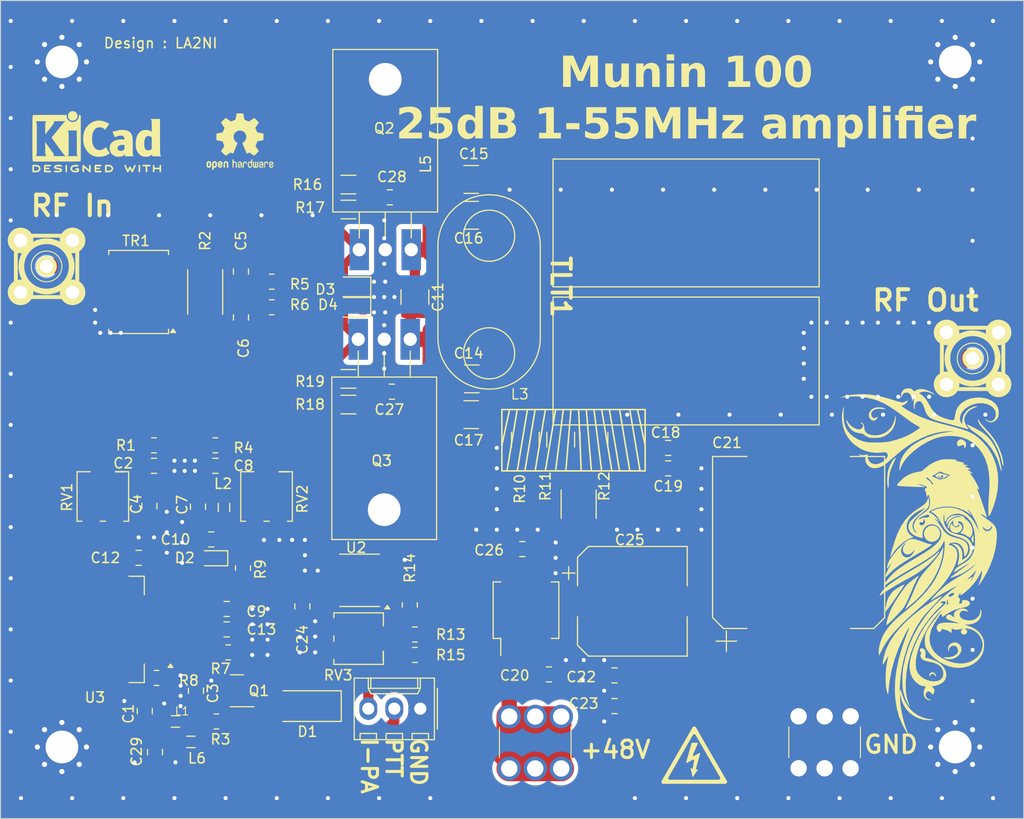
<source format=kicad_pcb>
(kicad_pcb (version 20240108) (generator "pcbnew") (generator_version "8.0")
  (title_block (title "MUNIN 1000 HF PA") (date "2022-01-26") (rev "0") (company "LA2NI") (comment 1 "Eng:Kjell Karlsen"))
  (layers (0 "F.Cu" signal) (31 "B.Cu" signal) (35 "F.Paste" user) (37 "F.SilkS" user "F.Silkscreen") (38 "B.Mask" user) (39 "F.Mask" user) (44 "Edge.Cuts" user))
  (net 0 "")
  (net 1 "+48V")
  (net 2 "GND")
  (net 3 "Net-(Q1-D)")
  (net 4 "Net-(C4-Pad1)")
  (net 5 "Net-(C6-Pad1)")
  (net 6 "Net-(Q1-S)")
  (net 7 "Net-(D2-K)")
  (net 8 "Net-(Q2-D)")
  (net 9 "Net-(Q3-D)")
  (net 10 "+5V")
  (net 11 "Net-(C14-Pad2)")
  (net 12 "Net-(C15-Pad2)")
  (net 13 "Net-(C18-Pad2)")
  (net 14 "Net-(J4-Pin_1)")
  (net 15 "Net-(IC1-Fltr)")
  (net 16 "Net-(D1-A)")
  (net 17 "Net-(D1-K)")
  (net 18 "Net-(D3-A2)")
  (net 19 "Net-(D4-A2)")
  (net 20 "Net-(IC1-Vout)")
  (net 21 "Net-(R13-Pad1)")
  (net 22 "Net-(R13-Pad2)")
  (net 24 "Net-(J1-In)")
  (net 26 "Net-(J2-In)")
  (net 27 "Net-(J3-Pin_3)")
  (net 28 "Net-(C2-Pad2)")
  (net 29 "Net-(C5-Pad1)")
  (net 30 "Net-(C5-Pad2)")
  (net 31 "Net-(C6-Pad2)")
  (net 32 "Net-(C8-Pad2)")
  (net 33 "Net-(C20-Pad2)")
  (net 34 "Net-(C27-Pad2)")
  (net 35 "Net-(L3-Pad1)")
  (net 36 "Net-(C27-Pad1)")
  (net 37 "Net-(C28-Pad2)")
  (net 38 "Net-(C28-Pad1)")
  (net 39 "Net-(U3-ADJ)")
  (net 40 "Net-(U2A--)")
  (footprint "TLT:TLT" (layer "F.Cu") (at 91.75 107 -90)
    (property "Reference" "TLT1")
    (property "Value" "FT94-61")
  )
  (footprint "Capacitor_SMD:C_0805_2012Metric" (layer "F.Cu") (at 59.1 144.5 90)
    (property "Reference" "C1")
    (property "Value" "100n" (hide yes))
  )
  (footprint "LA2NI:TO-220-3_Horizontal_TabDown_SMD" (layer "F.Cu") (at 85.04 108.1325 180)
    (property "Reference" "Q3")
    (property "Value" "MRF101BN")
  )
  (footprint "Resistor_SMD:R_0805_2012Metric_Pad1.20x1.40mm_HandSolder" (layer "F.Cu") (at 60 118.5 180)
    (property "Reference" "R1")
    (property "Value" "100R" (hide yes))
  )
  (footprint "Package_SO:SOIC-8_3.9x4.9mm_P1.27mm" (layer "F.Cu") (at 80.1 131.7 180)
    (property "Reference" "U2")
    (property "Value" "LM358" (hide yes))
  )
  (footprint "Capacitor_SMD:C_0805_2012Metric_Pad1.18x1.45mm_HandSolder" (layer "F.Cu") (at 66 120.5)
    (property "Reference" "C8")
    (property "Value" "100n" (hide yes))
  )
  (footprint "Inductor_SMD:L_0805_2012Metric_Pad1.05x1.20mm_HandSolder" (layer "F.Cu") (at 62.1 145.5)
    (property "Reference" "L1")
    (property "Value" "742792096" (hide yes))
  )
  (footprint "Capacitor_SMD:C_0805_2012Metric_Pad1.18x1.45mm_HandSolder" (layer "F.Cu") (at 58.5 129.5)
    (property "Reference" "C12")
    (property "Value" "1u" (hide yes))
  )
  (footprint "Inductor_SMD:L_1812_4532Metric" (layer "F.Cu") (at 101.5 124.25 -90)
    (property "Reference" "L4" (hide yes))
    (property "Value" "HI1806T600R-10" (hide yes))
  )
  (footprint "Capacitor_SMD:C_1210_3225Metric_Pad1.33x2.70mm_HandSolder" (layer "F.Cu") (at 91.0625 112)
    (property "Reference" "C14")
    (property "Value" "100n" (hide yes))
  )
  (footprint "Capacitor_SMD:C_0805_2012Metric_Pad1.18x1.45mm_HandSolder" (layer "F.Cu") (at 64.299 124.5 -90)
    (property "Reference" "C7")
    (property "Value" "100n" (hide yes))
  )
  (footprint "Capacitor_SMD:C_0805_2012Metric_Pad1.18x1.45mm_HandSolder" (layer "F.Cu") (at 96 128.6459 180)
    (property "Reference" "C26")
    (property "Value" "1n" (hide yes))
  )
  (footprint "Capacitor_SMD:C_1210_3225Metric_Pad1.33x2.70mm_HandSolder" (layer "F.Cu") (at 91 92.5)
    (property "Reference" "C15")
    (property "Value" "100n" (hide yes))
  )
  (footprint "Symbol:OSHW-Logo2_7.3x6mm_SilkScreen" (layer "F.Cu") (at 68.4 88.8)
    (property "Reference" "REF**" (hide yes))
    (property "Value" "OSHW-Logo2_7.3x6mm_SilkScreen" (hide yes))
  )
  (footprint "Capacitor_SMD:C_0805_2012Metric_Pad1.18x1.45mm_HandSolder" (layer "F.Cu") (at 74.5 134.25 -90)
    (property "Reference" "C24")
    (property "Value" "1u" (hide yes))
  )
  (footprint "Capacitor_SMD:C_1210_3225Metric_Pad1.33x2.70mm_HandSolder" (layer "F.Cu") (at 91 115.5)
    (property "Reference" "C17")
    (property "Value" "100n" (hide yes))
  )
  (footprint "Capacitor_SMD:C_0805_2012Metric_Pad1.18x1.45mm_HandSolder" (layer "F.Cu") (at 110.25 120.75 180)
    (property "Reference" "C19")
    (property "Value" "100n" (hide yes))
  )
  (footprint "Resistor_SMD:R_0805_2012Metric_Pad1.20x1.40mm_HandSolder" (layer "F.Cu") (at 67.25 138.75)
    (property "Reference" "R7")
    (property "Value" "240R" (hide yes))
  )
  (footprint "Resistor_SMD:R_0805_2012Metric_Pad1.20x1.40mm_HandSolder" (layer "F.Cu") (at 66 118.5)
    (property "Reference" "R4")
    (property "Value" "100R" (hide yes))
  )
  (footprint "Package_SO:SO-8_5.3x6.2mm_P1.27mm" (layer "F.Cu") (at 96.356 134.6207 90)
    (property "Reference" "IC1" (hide yes))
    (property "Value" "ACHS-7123" (hide yes))
  )
  (footprint "Resistor_SMD:R_1206_3216Metric" (layer "F.Cu") (at 79 114.5146)
    (property "Reference" "R18")
    (property "Value" "TBD" (hide yes))
  )
  (footprint "Capacitor_SMD:CP_Elec_10x14.3" (layer "F.Cu") (at 106.75 133.75)
    (property "Reference" "C25")
    (property "Value" "22u/63V" (hide yes))
  )
  (footprint "Package_TO_SOT_SMD:TO-263-3_TabPin2" (layer "F.Cu") (at 54.225 136.5 180)
    (property "Reference" "U3")
    (property "Value" "TL783")
  )
  (footprint "Diode_SMD:D_MELF" (layer "F.Cu") (at 75 144 180)
    (property "Reference" "D1")
    (property "Value" "BAT54J" (hide yes))
  )
  (footprint "Capacitor_SMD:C_1210_3225Metric" (layer "F.Cu") (at 85.5 104 -90)
    (property "Reference" "C11")
    (property "Value" "TBD" (hide yes))
  )
  (footprint "MountingHole:MountingHole_3.2mm_M3_Pad_Via" (layer "F.Cu") (at 138.302944 148)
    (property "Reference" "H3" (hide yes))
    (property "Value" "MountingHole_Pad" (hide yes))
  )
  (footprint "Capacitor_SMD:C_0805_2012Metric_Pad1.18x1.45mm_HandSolder" (layer "F.Cu") (at 105 144 180)
    (property "Reference" "C23")
    (property "Value" "100n" (hide yes))
  )
  (footprint "logo:Symbol_HighVoltage_Triangle_6x6mm_Copper" (layer "F.Cu") (at 112.8 148.8)
    (property "Reference" "REF**" (hide yes))
    (property "Value" "Symbol_HighVoltage_Triangle_6x6mm_Copper" (hide yes))
  )
  (footprint "Diode_SMD:D_0805_2012Metric" (layer "F.Cu") (at 79.5 103 180)
    (property "Reference" "D3")
    (property "Value" "CDSOD323-T03CT-NO" (hide yes))
  )
  (footprint "Capacitor_SMD:C_0805_2012Metric_Pad1.18x1.45mm_HandSolder" (layer "F.Cu") (at 67.1 134.5)
    (property "Reference" "C9")
    (property "Value" "100n" (hide yes))
  )
  (footprint "Capacitor_SMD:CP_Elec_16x17.5" (layer "F.Cu") (at 123 128 90)
    (property "Reference" "C21")
    (property "Value" "560u/63V" (hide yes))
  )
  (footprint "SMA_PINS:SMA_PINS" (layer "F.Cu") (at 140 110 180)
    (property "Reference" "J2" (hide yes))
    (property "Value" "Conn_Coaxial" (hide yes))
  )
  (footprint "Resistor_SMD:R_1210_3225Metric" (layer "F.Cu") (at 96.2935 117.944 -90)
    (property "Reference" "R10")
    (property "Value" "4R7/1W" (hide yes))
  )
  (footprint "Resistor_SMD:R_1210_3225Metric" (layer "F.Cu") (at 103 117.9625 -90)
    (property "Reference" "R12")
    (property "Value" "4R7/1W" (hide yes))
  )
  (footprint "Resistor_THT:R_Axial_DIN0918_L18.0mm_D9.0mm_P30.48mm_Horizontal" (layer "F.Cu") (at 86.8 93 -90)
    (property "Reference" "L5")
    (property "Value" "1 T" (hide yes))
  )
  (footprint "7461057:7461057" (layer "F.Cu") (at 123 150.08 90)
    (property "Reference" "J5" (hide yes))
    (property "Value" "Conn_01x01_Pin" (hide yes))
  )
  (footprint "Symbol:KiCad-Logo2_5mm_SilkScreen" (layer "F.Cu") (at 54.4 88.8)
    (property "Reference" "REF**" (hide yes))
    (property "Value" "KiCad-Logo2_5mm_SilkScreen" (hide yes))
  )
  (footprint "Capacitor_SMD:C_0805_2012Metric" (layer "F.Cu") (at 83.25 113.25)
    (property "Reference" "C27")
    (property "Value" "100nH" (hide yes))
  )
  (footprint "Resistor_SMD:R_1206_3216Metric" (layer "F.Cu") (at 79 93)
    (property "Reference" "R16")
    (property "Value" "TBD" (hide yes))
  )
  (footprint "Capacitor_SMD:C_0805_2012Metric_Pad1.18x1.45mm_HandSolder" (layer "F.Cu") (at 68.5 101.5 -90)
    (property "Reference" "C5")
    (property "Value" "100n" (hide yes))
  )
  (footprint "Connector_Molex:Molex_KK-254_AE-6410-03A_1x03_P2.54mm_Vertical" (layer "F.Cu") (at 86.025 144.25 180)
    (property "Reference" "J3" (hide yes))
    (property "Value" "Conn_01x03_Male")
  )
  (footprint "Potentiometer_SMD:Potentiometer_Bourns_3214G_Horizontal" (layer "F.Cu") (at 80 137.4 180)
    (property "Reference" "RV3")
    (property "Value" "1K" (hide yes))
  )
  (footprint "Potentiometer_SMD:Potentiometer_Bourns_3214G_Horizontal" (layer "F.Cu") (at 55 123.5 -90)
    (property "Reference" "RV1")
    (property "Value" "5K" (hide yes))
  )
  (footprint "Resistor_SMD:R_0805_2012Metric_Pad1.20x1.40mm_HandSolder" (layer "F.Cu") (at 85.5 139 180)
    (property "Reference" "R15")
    (property "Value" "100R" (hide yes))
  )
  (footprint "Capacitor_SMD:C_0805_2012Metric_Pad1.18x1.45mm_HandSolder" (layer "F.Cu") (at 64.1 142.5 90)
    (property "Reference" "C3")
    (property "Value" "100n" (hide yes))
  )
  (footprint "MountingHole:MountingHole_3.2mm_M3_Pad_Via" (layer "F.Cu") (at 51 148)
    (property "Reference" "H4" (hide yes))
    (property "Value" "MountingHole_Pad" (hide yes))
  )
  (footprint "LA2NI:TO-220-3_Horizontal_TabDown_SMD" (layer "F.Cu") (at 80.06 99.3675)
    (property "Reference" "Q2")
    (property "Value" "MRF101AN" (hide yes))
  )
  (footprint "Capacitor_SMD:C_0805_2012Metric_Pad1.18x1.45mm_HandSolder" (layer "F.Cu") (at 60 120.5 180)
    (property "Reference" "C2")
    (property "Value" "100n" (hide yes))
  )
  (footprint "Diode_SMD:D_0603_1608Metric" (layer "F.Cu") (at 65.7214 129.5414 180)
    (property "Reference" "D2")
    (property "Value" "5.1V" (hide yes))
  )
  (footprint "7461057:7461057" (layer "F.Cu") (at 99.8 145.02 -90)
    (property "Reference" "J4" (hide yes))
    (property "Value" "Conn_01x01_Pin" (hide yes))
  )
  (footprint "Capacitor_SMD:C_0805_2012Metric_Pad1.18x1.45mm_HandSolder" (layer "F.Cu") (at 98.6 140.9 180)
    (property "Reference" "C20")
    (property "Value" "100n" (hide yes))
  )
  (footprint "Diode_SMD:D_0805_2012Metric" (layer "F.Cu") (at 79.5 105 180)
    (property "Reference" "D4")
    (property "Value" "CDSOD323-T03CT-NO" (hide yes))
  )
  (footprint "Amidon_Binocular:Dual_FB-61-4852" (layer "F.Cu") (at 112.5 103.5 90)
    (property "Reference" "TLT2" (hide yes))
    (property "Value" "FT94-61" (hide yes))
  )
  (footprint "Capacitor_SMD:C_1210_3225Metric_Pad1.33x2.70mm_HandSolder" (layer "F.Cu") (at 91 96)
    (property "Reference" "C16")
    (property "Value" "100n" (hide yes))
  )
  (footprint "Capacitor_SMD:C_0805_2012Metric_Pad1.18x1.45mm_HandSolder" (layer "F.Cu") (at 65.6 127.7 180)
    (property "Reference" "C10")
    (property "Value" "100n" (hide yes))
  )
  (footprint "Resistor_SMD:R_1206_3216Metric" (layer "F.Cu") (at 79 95.4384)
    (property "Reference" "R17")
    (property "Value" "TBD" (hide yes))
  )
  (footprint "Resistor_SMD:R_0805_2012Metric_Pad1.20x1.40mm_HandSolder" (layer "F.Cu") (at 71.5 105)
    (property "Reference" "R6")
    (property "Value" "1R" (hide yes))
  )
  (footprint "Package_TO_SOT_SMD:SOT-23" (layer "F.Cu") (at 68.1 142.5 180)
    (property "Reference" "Q1")
    (property "Value" "ISS55EP06LMXTSA1" (hide yes))
  )
  (footprint "Inductor_SMD:L_0805_2012Metric_Pad1.05x1.20mm_HandSolder" (layer "F.Cu") (at 63.6 147.5)
    (property "Reference" "L6")
    (property "Value" "L_Core_Ferrite_Small" (hide yes))
  )
  (footprint "RF_Mini-Circuits:Mini-Circuits_CD542_H2.84mm" (layer "F.Cu") (at 58.5 103.5 180)
    (property "Reference" "TR1")
    (property "Value" "ADT4-1WT")
  )
  (footprint "Resistor_SMD:R_0805_2012Metric_Pad1.20x1.40mm_HandSolder" (layer "F.Cu") (at 85 134.1 -90)
    (property "Reference" "R14")
    (property "Value" "27K" (hide yes))
  )
  (footprint "Capacitor_SMD:C_0805_2012Metric_Pad1.18x1.45mm_HandSolder" (layer "F.Cu") (at 60.1 148.5 90)
    (property "Reference" "C29")
    (property "Value" "100n" (hide yes))
  )
  (footprint "Resistor_SMD:R_0805_2012Metric_Pad1.20x1.40mm_HandSolder" (layer "F.Cu") (at 68.7 130.5 -90)
    (property "Reference" "R9")
    (property "Value" "1K" (hide yes))
  )
  (footprint "Capacitor_SMD:C_0805_2012Metric_Pad1.18x1.45mm_HandSolder" (layer "F.Cu") (at 67.1 136.5)
    (property "Reference" "C13")
    (property "Value" "100n" (hide yes))
  )
  (footprint "Capacitor_SMD:C_0805_2012Metric_Pad1.18x1.45mm_HandSolder" (layer "F.Cu") (at 105 141 180)
    (property "Reference" "C22")
    (property "Value" "10u" (hide yes))
  )
  (footprint "Resistor_SMD:R_0805_2012Metric_Pad1.20x1.40mm_HandSolder" (layer "F.Cu") (at 66.1 145.5)
    (property "Reference" "R3")
    (property "Value" "10k" (hide yes))
  )
  (footprint "Resistor_SMD:R_0805_2012Metric_Pad1.20x1.40mm_HandSolder" (layer "F.Cu") (at 85.5 137)
    (property "Reference" "R13")
    (property "Value" "10K" (hide yes))
  )
  (footprint "Resistor_SMD:R_2512_6332Metric" (layer "F.Cu") (at 65 103.5 -90)
    (property "Reference" "R2")
    (property "Value" "12R/2W" (hide yes))
  )
  (footprint "Capacitor_SMD:C_0805_2012Metric_Pad1.18x1.45mm_HandSolder" (layer "F.Cu") (at 68.5 106 90)
    (property "Reference" "C6")
    (property "Value" "100n" (hide yes))
  )
  (footprint "MountingHole:MountingHole_3.2mm_M3_Pad_Via" (layer "F.Cu") (at 51 81)
    (property "Reference" "H1" (hide yes))
    (property "Value" "MountingHole_Pad" (hide yes))
  )
  (footprint "Resistor_SMD:R_1206_3216Metric" (layer "F.Cu") (at 79 112)
    (property "Reference" "R19")
    (property "Value" "TBD" (hide yes))
  )
  (footprint "Capacitor_SMD:C_0805_2012Metric_Pad1.18x1.45mm_HandSolder" (layer "F.Cu") (at 110.25 118.75 180)
    (property "Reference" "C18")
    (property "Value" "100n" (hide yes))
  )
  (footprint "Resistor_SMD:R_0805_2012Metric_Pad1.20x1.40mm_HandSolder" (layer "F.Cu") (at 60.25 141.25)
    (property "Reference" "R8")
    (property "Value" "82R" (hide yes))
  )
  (footprint "T50:T50_V_smd" (layer "F.Cu") (at 101 118)
    (property "Reference" "L3")
    (property "Value" "FT-50-43")
  )
  (footprint "MountingHole:MountingHole_3.2mm_M3_Pad_Via" (layer "F.Cu") (at 138.302944 81)
    (property "Reference" "H2" (hide yes))
    (property "Value" "MountingHole_Pad" (hide yes))
  )
  (footprint "Capacitor_SMD:C_0805_2012Metric" (layer "F.Cu") (at 83.05 94.25)
    (property "Reference" "C28")
    (property "Value" "100nH" (hide yes))
  )
  (footprint "SMA_PINS:SMA_PINS" (layer "F.Cu") (at 49.5 101)
    (property "Reference" "J1" (hide yes))
    (property "Value" "TX_IN" (hide yes))
  )
  (footprint "Potentiometer_SMD:Potentiometer_Bourns_3214G_Horizontal" (layer "F.Cu") (at 71 123.5 -90)
    (property "Reference" "RV2")
    (property "Value" "5K" (hide yes))
  )
  (footprint "Munin_logo:Munin" (layer "F.Cu") (at 135 130)
    (property "Reference" "G***" (hide yes))
    (property "Value" "LOGO" (hide yes))
  )
  (footprint "Resistor_SMD:R_0805_2012Metric_Pad1.20x1.40mm_HandSolder" (layer "F.Cu") (at 71.5 102.5)
    (property "Reference" "R5")
    (property "Value" "1R" (hide yes))
  )
  (footprint "Resistor_SMD:R_1210_3225Metric" (layer "F.Cu") (at 99.75 117.944 -90)
    (property "Reference" "R11")
    (property "Value" "4R7/1W" (hide yes))
  )
  (footprint "Capacitor_SMD:C_0805_2012Metric_Pad1.18x1.45mm_HandSolder" (layer "F.Cu") (at 59.5492 124.436 -90)
    (property "Reference" "C4")
    (property "Value" "100n" (hide yes))
  )
  (footprint "Inductor_SMD:L_0805_2012Metric_Pad1.05x1.20mm_HandSolder" (layer "F.Cu") (at 66.839 124.5884 -90)
    (property "Reference" "L2")
    (property "Value" "Wurth: 742792096" (hide yes))
  )
  (gr_line (start 145 155) (end 45 155) (stroke (width 0.1)) (layer "Edge.Cuts"))
  (gr_line (start 145 75) (end 145 155) (stroke (width 0.1)) (layer "Edge.Cuts"))
  (gr_line (start 45 155) (end 45 75) (stroke (width 0.1)) (layer "Edge.Cuts"))
  (gr_line (start 45 75) (end 145 75) (stroke (width 0.1)) (layer "Edge.Cuts"))
  (gr_text "GND\nPTT\nI-PA" (at 80.145 146.98 270) (layer "F.SilkS") (effects (font (size 1.5 1.5) (thickness 0.3) (bold yes)) (justify left bottom)))
  (gr_text "RF Out\n" (at 130 105.5 0) (layer "F.SilkS") (effects (font (size 2 2) (thickness 0.4) (bold yes)) (justify left bottom)))
  (gr_text "Munin 100\n25dB 1-55MHz amplifier" (at 112 89 0) (layer "F.SilkS") (effects (font (size 3 3) (thickness 0.75) (bold yes)) (justify bottom)))
  (gr_text "+48V" (at 101.5 149.25 0) (layer "F.SilkS") (effects (font (size 1.7 1.7) (thickness 0.3) (bold yes)) (justify left bottom)))
  (gr_text "RF In" (at 47.75 96.25 0) (layer "F.SilkS") (effects (font (size 2 2) (thickness 0.4) (bold yes)) (justify left bottom)))
  (gr_text "Design : LA2NI" (at 55 79.75 0) (layer "F.SilkS") (effects (font (size 1 1)) (justify left bottom)))
  (gr_text "GND\n" (at 129.25 148.75 0) (layer "F.SilkS") (effects (font (size 1.7 1.7) (thickness 0.3) (bold yes)) (justify left bottom)))
  (segment (start 60.1375 147.5) (end 60.1 147.4625) (width 0.6) (layer "F.Cu") (net 1))
  (segment (start 60.9 145.45) (end 60.95 145.5) (width 0.6) (layer "F.Cu") (net 1))
  (segment (start 59.1 145.45) (end 60.1 145.45) (width 0.6) (layer "F.Cu") (net 1))
  (segment (start 60.1 145.45) (end 60.1 147.4625) (width 0.6) (layer "F.Cu") (net 1))
  (segment (start 62.45 147.5) (end 60.1375 147.5) (width 0.6) (layer "F.Cu") (net 1))
  (segment (start 60.1 145.45) (end 60.9 145.45) (width 0.6) (layer "F.Cu") (net 1))
  (segment (start 63 120) (end 63 121) (width 0.6) (layer "F.Cu") (net 2))
  (segment (start 64.4625 120) (end 64.9625 120.5) (width 0.6) (layer "F.Cu") (net 2))
  (segment (start 62 120) (end 63 121) (width 0.6) (layer "F.Cu") (net 2))
  (segment (start 64.5625 127.7) (end 64.5625 129.17) (width 0.6) (layer "F.Cu") (net 2))
  (segment (start 62 121) (end 62 120) (width 0.6) (layer "F.Cu") (net 2))
  (segment (start 64 121) (end 63 121) (width 0.6) (layer "F.Cu") (net 2))
  (segment (start 63 120) (end 64 120) (width 0.6) (layer "F.Cu") (net 2))
  (segment (start 63 120) (end 64 121) (width 0.6) (layer "F.Cu") (net 2))
  (segment (start 62 120) (end 61.5375 120) (width 0.6) (layer "F.Cu") (net 2))
  (segment (start 64.299 127.4365) (end 64.5625 127.7) (width 0.6) (layer "F.Cu") (net 2))
  (segment (start 63 121) (end 62 121) (width 0.6) (layer "F.Cu") (net 2))
  (segment (start 64.5625 129.17) (end 64.9339 129.5414) (width 0.6) (layer "F.Cu") (net 2))
  (segment (start 64 120) (end 64 121) (width 0.6) (layer "F.Cu") (net 2))
  (segment (start 61.5375 121) (end 61.0375 120.5) (width 0.6) (layer "F.Cu") (net 2))
  (segment (start 64 120) (end 63 121) (width 0.6) (layer "F.Cu") (net 2))
  (segment (start 64 120) (end 64.4625 120) (width 0.6) (layer "F.Cu") (net 2))
  (segment (start 64 121) (end 64.4625 121) (width 0.6) (layer "F.Cu") (net 2))
  (segment (start 64.4625 121) (end 64.9625 120.5) (width 0.6) (layer "F.Cu") (net 2))
  (segment (start 61.5375 120) (end 61.0375 120.5) (width 0.6) (layer "F.Cu") (net 2))
  (segment (start 62 121) (end 63 120) (width 0.6) (layer "F.Cu") (net 2))
  (segment (start 62 120) (end 63 120) (width 0.6) (layer "F.Cu") (net 2))
  (segment (start 64.9625 120.5) (end 61.0375 120.5) (width 0.6) (layer "F.Cu") (net 2))
  (segment (start 62 121) (end 61.5375 121) (width 0.6) (layer "F.Cu") (net 2))
  (via (at 113.5 120.75) (size 0.8) (drill 0.4) (layers "F.Cu" "B.Cu") (net 2))
  (via (at 73.5 127.75) (size 0.8) (drill 0.4) (layers "F.Cu" "B.Cu") (net 2))
  (via (at 140 93.5) (size 0.8) (drill 0.4) (layers "F.Cu" "B.Cu") (net 2))
  (via (at 75.5 96) (size 0.8) (drill 0.4) (layers "F.Cu" "B.Cu") (net 2))
  (via (at 75.75 138.75) (size 0.8) (drill 0.4) (layers "F.Cu" "B.Cu") (net 2))
  (via (at 82 77) (size 0.8) (drill 0.4) (layers "F.Cu" "B.Cu") (net 2))
  (via (at 130.75 113.75) (size 0.8) (drill 0.4) (layers "F.Cu" "B.Cu") (net 2))
  (via (at 62.6 143) (size 0.8) (drill 0.4) (layers "F.Cu" "B.Cu") (net 2))
  (via (at 61.25 125) (size 0.8) (drill 0.4) (layers "F.Cu" "B.Cu") (net 2))
  (via (at 70.75 127.75) (size 0.8) (drill 0.4) (layers "F.Cu" "B.Cu") (net 2))
  (via (at 77 153) (size 0.8) (drill 0.4) (layers "F.Cu" "B.Cu") (net 2))
  (via (at 75.75 137.2) (size 0.8) (drill 0.4) (layers "F.Cu" "B.Cu") (net 2))
  (via (at 124.75 93.5) (size 0.8) (drill 0.4) (layers "F.Cu" "B.Cu") (net 2))
  (via (at 137 77) (size 0.8) (drill 0.4) (layers "F.Cu" "B.Cu") (net 2))
  (via (at 87 77) (size 0.8) (drill 0.4) (layers "F.Cu" "B.Cu") (net 2))
  (via (at 82.5 96.5) (size 0.8) (drill 0.4) (layers "F.Cu" "B.Cu") (net 2))
  (via (at 57 77) (size 0.8) (drill 0.4) (layers "F.Cu" "B.Cu") (net 2))
  (via (at 62 121) (size 0.8) (drill 0.4) (layers "F.Cu" "B.Cu") (net 2))
  (via (at 131.25 115.5) (size 0.8) (drill 0.4) (layers "F.Cu" "B.Cu") (net 2))
  (via (at 47 153) (size 0.8) (drill 0.4) (layers "F.Cu" "B.Cu") (net 2))
  (via (at 54.75 107.5) (size 0.8) (drill 0.4) (layers "F.Cu" "B.Cu") (net 2))
  (via (at 142 77) (size 0.8) (drill 0.4) (layers "F.Cu" "B.Cu") (net 2))
  (via (at 132.75 113.75) (size 0.8) (drill 0.4) (layers "F.Cu" "B.Cu") (net 2))
  (via (at 123.5 112) (size 0.8) (drill 0.4) (layers "F.Cu" "B.Cu") (net 2))
  (via (at 117 77) (size 0.8) (drill 0.4) (layers "F.Cu" "B.Cu") (net 2))
  (via (at 97.5 126.75) (size 0.8) (drill 0.4) (layers "F.Cu" "B.Cu") (net 2))
  (via (at 83.5 104) (size 0.8) (drill 0.4) (layers "F.Cu" "B.Cu") (net 2))
  (via (at 127 77) (size 0.8) (drill 0.4) (layers "F.Cu" "B.Cu") (net 2))
  (via (at 102 139.5) (size 0.8) (drill 0.4) (layers "F.Cu" "B.Cu") (net 2))
  (via (at 64 120) (size 0.8) (drill 0.4) (layers "F.Cu" "B.Cu") (net 2))
  (via (at 62 120) (size 0.8) (drill 0.4) (layers "F.Cu" "B.Cu") (net 2))
  (via (at 84.5 129.7) (size 0.8) (drill 0.4) (layers "F.Cu" "B.Cu") (net 2))
  (via (at 113.5 124.75) (size 0.8) (drill 0.4) (layers "F.Cu" "B.Cu") (net 2))
  (via (at 82 153) (size 0.8) (drill 0.4) (layers "F.Cu" "B.Cu") (net 2))
  (via (at 46 77) (size 0.8) (drill 0.4) (layers "F.Cu" "B.Cu") (net 2))
  (via (at 63 121) (size 0.8) (drill 0.4) (layers "F.Cu" "B.Cu") (net 2))
  (via (at 57 153) (size 0.8) (drill 0.4) (layers "F.Cu" "B.Cu") (net 2))
  (via (at 62.75 130) (size 0.8) (drill 0.4) (layers "F.Cu" "B.Cu") (net 2))
  (via (at 136.25 115.5) (size 0.8) (drill 0.4) (layers "F.Cu" "B.Cu") (net 2))
  (via (at 72 153) (size 0.8) (drill 0.4) (layers "F.Cu" "B.Cu") (net 2))
  (via (at 58.1 149.5) (size 0.8) (drill 0.4) (layers "F.Cu" "B.Cu") (net 2))
  (via (at 119.75 93.5) (size 0.8) (drill 0.4) (layers "F.Cu" "B.Cu") (net 2))
  (via (at 82.5 100.75) (size 0.8) (drill 0.4) (layers "F.Cu" "B.Cu") (net 2))
  (via (at 129.25 106.5) (size 0.8) (drill 0.4) (layers "F.Cu" "B.Cu") (net 2))
  (via (at 140 118.5) (size 0.8) (drill 0.4) (layers "F.Cu" "B.Cu") (net 2))
  (via (at 65.6 141.5) (size 0.8) (drill 0.4) (layers "F.Cu" "B.Cu") (net 2))
  (via (at 99.75 93.5) (size 0.8) (drill 0.4) (layers "F.Cu" "B.Cu") (net 2))
  (via (at 99.25 128) (size 0.8) (drill 0.4) (layers "F.Cu" "B.Cu") (net 2))
  (via (at 46 126.5) (size 0.8) (drill 0.4) (layers "F.Cu" "B.Cu") (net 2))
  (via (at 50.5 96) (size 0.8) (drill 0.4) (layers "F.Cu" "B.Cu") (net 2))
  (via (at 114.75 93.5) (size 0.8) (drill 0.4) (layers "F.Cu" "B.Cu") (net 2))
  (via (at 134.25 106.5) (size 0.8) (drill 0.4) (layers "F.Cu" "B.Cu") (net 2))
  (via (at 122 77) (size 0.8) (drill 0.4) (layers "F.Cu" "B.Cu") (net 2))
  (via (at 46 146.5) (size 0.8) (drill 0.4) (layers "F.Cu" "B.Cu") (net 2))
  (via (at 125.75 113.75) (size 0.8) (drill 0.4) (layers "F.Cu" "B.Cu") (net 2))
  (via (at 61 143.75) (size 0.8) (drill 0.4) (layers "F.Cu" "B.Cu") (net 2))
  (via (at 142 153) (size 0.8) (drill 0.4) (layers "F.Cu" "B.Cu") (net 2))
  (via (at 122 153) (size 0.8) (drill 0.4) (layers "F.Cu" "B.Cu") (net 2))
  (via (at 46 81.5) (size 0.8) (drill 0.4) (layers "F.Cu" "B.Cu") (net 2))
  (via (at 81.5 104) (size 0.8) (drill 0.4) (layers "F.Cu" "B.Cu") (net 2))
  (via (at 124.25 106.5) (size 0.8) (drill 0.4) (layers "F.Cu" "B.Cu") (net 2))
  (via (at 82.5 106.75) (size 0.8) (drill 0.4) (layers "F.Cu" "B.Cu") (net 2))
  (via (at 46 121.5) (size 0.8) (drill 0.4) (layers "F.Cu" "B.Cu") (net 2))
  (via (at 65.5 96) (size 0.8) (drill 0.4) (layers "F.Cu" "B.Cu") (net 2))
  (via (at 46 141.5) (size 0.8) (drill 0.4) (layers "F.Cu" "B.Cu") (net 2))
  (via (at 91.5 126.75) (size 0.8) (drill 0.4) (layers "F.Cu" "B.Cu") (net 2))
  (via (at 111.25 126.75) (size 0.8) (drill 0.4) (layers "F.Cu" "B.Cu") (net 2))
  (via (at 123.5 109) (size 0.8) (drill 0.4) (layers "F.Cu" "B.Cu") (net 2))
  (via (at 135.75 113.75) (size 0.8) (drill 0.4) (layers "F.Cu" "B.Cu") (net 2))
  (via (at 72 77) (size 0.8) (drill 0.4) (layers "F.Cu" "B.Cu") (net 2))
  (via (at 104.75 93.5) (size 0.8) (drill 0.4) (layers "F.Cu" "B.Cu") (net 2))
  (via (at 74.75 129.25) (size 0.8) (drill 0.4) (layers "F.Cu" "B.Cu") (net 2))
  (via (at 101.9 141.4) (size 0.8) (drill 0.4) (layers "F.Cu" "B.Cu") (net 2))
  (via (at 52 153) (size 0.8) (drill 0.4) (layers "F.Cu" "B.Cu") (net 2))
  (via (at 60.5 96) (size 0.8) (drill 0.4) (layers "F.Cu" "B.Cu") (net 2))
  (via (at 140 103.5) (size 0.8) (drill 0.4) (layers "F.Cu" "B.Cu") (net 2))
  (via (at 46 131.5) (size 0.8) (drill 0.4) (layers "F.Cu" "B.Cu") (net 2))
  (via (at 93.5 122.75) (size 0.8) (drill 0.4) (layers "F.Cu" "B.Cu") (net 2))
  (via (at 62 77) (size 0.8) (drill 0.4) (layers "F.Cu" "B.Cu") (net 2))
  (via (at 63 120) (size 0.8) (drill 0.4) (layers "F.Cu" "B.Cu") (net 2))
  (via (at 82.5 109.5) (size 0.8) (drill 0.4) (layers "F.Cu" "B.Cu") (net 2))
  (via (at 82.5 104) (size 0.8) (drill 0.4) (layers "F.Cu" "B.Cu") (net 2))
  (via (at 74.75 127.75) (size 0.8) (drill 0.4) (layers "F.Cu" "B.Cu") (net 2))
  (via (at 70.5 96) (size 0.8) (drill 0.4) (layers "F.Cu" "B.Cu") (net 2))
  (via (at 82.6 102.5) (size 0.8) (drill 0.4) (layers "F.Cu" "B.Cu") (net 2))
  (via (at 62.6 144) (size 0.8) (drill 0.4) (layers "F.Cu" "B.Cu") (net 2))
  (via (at 140 123.5) (size 0.8) (drill 0.4) (layers "F.Cu" "B.Cu") (net 2))
  (via (at 76 130.75) (size 0.8) (drill 0.4) (layers "F.Cu" "B.Cu") (net 2))
  (via (at 93.5 120.75) (size 0.8) (drill 0.4) (layers "F.Cu" "B.Cu") (net 2))
  (via (at 135.75 106.5) (size 0.8) (drill 0.4) (layers "F.Cu" "B.Cu") (net 2))
  (via (at 62.6 142) (size 0.8) (drill 0.4) (layers "F.Cu" "B.Cu") (net 2))
  (via (at 52 77) (size 0.8) (drill 0.4) (layers "F.Cu" "B.Cu") (net 2))
  (via (at 111.25 115.5) (size 0.8) (drill 0.4) (layers "F.Cu" "B.Cu") (net 2))
  (via (at 132 153) (size 0.8) (drill 0.4) (layers "F.Cu" "B.Cu") (net 2))
  (via (at 92 77) (size 0.8) (drill 0.4) (layers "F.Cu" "B.Cu") (net 2))
  (via (at 132 77) (size 0.8) (drill 0.4) (layers "F.Cu" "B.Cu") (net 2))
  (via (at 56.75 107.5) (size 0.8) (drill 0.4) (layers "F.Cu" "B.Cu") (net 2))
  (via (at 104 145.5) (size 0.8) (drill 0.4) (layers "F.Cu" "B.Cu") (net 2))
  (via (at 117 153) (size 0.8) (drill 0.4) (layers "F.Cu" "B.Cu") (net 2))
  (via (at 129.25 113.75) (size 0.8) (drill 0.4) (layers "F.Cu" "B.Cu") (net 2))
  (via (at 46 106.5) (size 0.8) (drill 0.4) (layers "F.Cu" "B.Cu") (net 2))
  (via (at 55.5 96) (size 0.8) (drill 0.4) (layers "F.Cu" "B.Cu") (net 2))
  (via (at 77 77) (size 0.8) (drill 0.4) (layers "F.Cu" "B.Cu") (net 2))
  (via (at 107 153) (size 0.8) (drill 0.4) (layers "F.Cu" "B.Cu") (net 2))
  (via (at 71.1 139) (size 0.8) (drill 0.4) (layers "F.Cu" "B.Cu") (net 2))
  (via (at 64 121) (size 0.8) (drill 0.4) (layers "F.Cu" "B.Cu") (net 2))
  (via (at 55.75 107.5) (size 0.8) (drill 0.4) (layers "F.Cu" "B.Cu") (net 2))
  (via (at 132.75 106.5) (size 0.8) (drill 0.4) (layers "F.Cu" "B.Cu") (net 2))
  (via (at 58.5 127.5) (size 0.8) (drill 0.4) (layers "F.Cu" "B.Cu") (net 2))
  (via (at 129.75 93.5) (size 0.8) (drill 0.4) (layers "F.Cu" "B.Cu") (net 2))
  (via (at 46 116.5) (size 0.8) (drill 0.4) (layers "F.Cu" "B.Cu") (net 2))
  (via (at 71.1 134.5) (size 0.8) (drill 0.4) (layers "F.Cu" "B.Cu") (net 2))
  (via (at 125.75 106.5) (size 0.8) (drill 0.4) (layers "F.Cu" "B.Cu") (net 2))
  (via (at 123.5 110.5) (size 0.8) (drill 0.4) (layers "F.Cu" "B.Cu") (net 2))
  (via (at 93.5 118.75) (size 0.8) (drill 0.4) (layers "F.Cu" "B.Cu") (net 2))
  (via (at 74.25 137.25) (size 0.8) (drill 0.4) (layers "F.Cu" "B.Cu") (net 2))
  (via (at 71.1 137.5) (size 0.8) (drill 0.4) (layers "F.Cu" "B.Cu") (net 2))
  (via (at 74.25 138.75) (size 0.8) (drill 0.4) (layers "F.Cu" "B.Cu") (net 2))
  (via (at 46 86.5) (size 0.8) (drill 0.4) (layers "F.Cu" "B.Cu") (net 2))
  (via (at 62.6 141) (size 0.8) (drill 0.4) (layers "F.Cu" "B.Cu") (net 2))
  (via (at 109.25 126.75) (size 0.8) (drill 0.4) (layers "F.Cu" "B.Cu") (net 2))
  (via (at 62.75 126) (size 0.8) (drill 0.4) (layers "F.Cu" "B.Cu") (net 2))
  (via (at 95.5 126.75) (size 0.8) (drill 0.4) (layers "F.Cu" "B.Cu") (net 2))
  (via (at 99.25 129.5) (size 0.8) (drill 0.4) (layers "F.Cu" "B.Cu") (net 2))
  (via (at 54.25 106.5) (size 0.8) (drill 0.4) (layers "F.Cu" "B.Cu") (net 2))
  (via (at 69.6 134.5) (size 0.8) (drill 0.4) (layers "F.Cu" "B.Cu") (net 2))
  (via (at 140 98.5) (size 0.8) (drill 0.4) (layers "F.Cu" "B.Cu") (net 2))
  (via (at 127.75 106.5) (size 0.8) (drill 0.4) (layers "F.Cu" "B.Cu") (net 2))
  (via (at 81.5 102.5) (size 0.8) (drill 0.4) (layers "F.Cu" "B.Cu") (net 2))
  (via (at 112 153) (size 0.8) (drill 0.4) (layers "F.Cu" "B.Cu") (net 2))
  (via (at 54.25 105.25) (size 0.8) (drill 0.4) (layers "F.Cu" "B.Cu") (net 2))
  (via (at 82.6 105.5) (size 0.8) (drill 0.4) (layers "F.Cu" "B.Cu") (net 2))
  (via (at 99.25 131) (size 0.8) (drill 0.4) (layers "F.Cu" "B.Cu") (net 2))
  (via (at 100.25 139.5) (size 0.8) (drill 0.4) (layers "F.Cu" "B.Cu") (net 2))
  (via (at 104 142.5) (size 0.8) (drill 0.4) (layers "F.Cu" "B.Cu") (net 2))
  (via (at 126.25 115.5) (size 0.8) (drill 0.4) (layers "F.Cu" "B.Cu") (net 2))
  (via (at 134.75 93.5) (size 0.8) (drill 0.4) (layers "F.Cu" "B.Cu") (net 2))
  (via (at 82.5 111) (size 0.8) (drill 0.4) (layers "F.Cu" "B.Cu") (net 2))
  (via (at 81.5 105.5) (size 0.8) (drill 0.4) (layers "F.Cu" "B.Cu") (net 2))
  (via (at 61.25 129) (size 0.8) (drill 0.4) (layers "F.Cu" "B.Cu") (net 2))
  (via (at 140 138.5) (size 0.8) (drill 0.4) (layers "F.Cu" "B.Cu") (net 2))
  (via (at 113.5 122.75) (size 0.8) (drill 0.4) (layers "F.Cu" "B.Cu") (net 2))
  (via (at 60 127.5) (size 0.8) (drill 0.4) (layers "F.Cu" "B.Cu") (net 2))
  (via (at 134.25 113.75) (size 0.8) (drill 0.4) (layers "F.Cu" "B.Cu") (net 2))
  (via (at 121.25 115.5) (size 0.8) (drill 0.4) (layers "F.Cu" "B.Cu") (net 2))
  (via (at 130.75 106.5) (size 0.8) (drill 0.4) (layers "F.Cu" "B.Cu") (net 2))
  (via (at 75.75 135.7) (size 0.8) (drill 0.4) (layers "F.Cu" "B.Cu") (net 2))
  (via (at 69.6 136) (size 0.8) (drill 0.4) (layers "F.Cu" "B.Cu") (net 2))
  (via (at 127.75 113.75) (size 0.8) (drill 0.4) (layers "F.Cu" "B.Cu") (net 2))
  (via (at 137 153) (size 0.8) (drill 0.4) (layers "F.Cu" "B.Cu") (net 2))
  (via (at 105.25 126.75) (size 0.8) (drill 0.4) (layers "F.Cu" "B.Cu") (net 2))
  (via (at 69.6 137.5) (size 0.8) (drill 0.4) (layers "F.Cu" "B.Cu") (net 2))
  (via (at 46 136.5) (size 0.8) (drill 0.4) (layers "F.Cu" "B.Cu") (net 2))
  (via (at 93.5 126.75) (size 0.8) (drill 0.4) (layers "F.Cu" "B.Cu") (net 2))
  (via (at 74.75 130.75) (size 0.8) (drill 0.4) (layers "F.Cu" "B.Cu") (net 2))
  (via (at 82.5 98.25) (size 0.8) (drill 0.4) (layers "F.Cu" "B.Cu") (net 2))
  (via (at 93.5 124.75) (size 0.8) (drill 0.4) (layers "F.Cu" "B.Cu") (net 2))
  (via (at 116.25 115.5) (size 0.8) (drill 0.4) (layers "F.Cu" "B.Cu") (net 2))
  (via (at 94.75 93.5) (size 0.8) (drill 0.4) (layers "F.Cu" "B.Cu") (net 2))
  (via (at 67 77) (size 0.8) (drill 0.4) (layers "F.Cu" "B.Cu") (net 2))
  (via (at 102 77) (size 0.8) (drill 0.4) (layers "F.Cu" "B.Cu") (net 2))
  (via (at 71.1 136) (size 0.8) (drill 0.4) (layers "F.Cu" "B.Cu") (net 2))
  (via (at 140 88.5) (size 0.8) (drill 0.4) (layers "F.Cu" "B.Cu") (net 2))
  (via (at 140 143.5) (size 0.8) (drill 0.4) (layers "F.Cu" "B.Cu") (net 2))
  (via (at 107.25 126.75) (size 0.8) (drill 0.4) (layers "F.Cu" "B.Cu") (net 2))
  (via (at 69.6 139) (size 0.8) (drill 0.4) (layers "F.Cu" "B.Cu") (net 2))
  (via (at 113.5 126.75) (size 0.8) (drill 0.4) (layers "F.Cu" "B.Cu") (net 2))
  (via (at 104 139.5) (size 0.8) (drill 0.4) (layers "F.Cu" "B.Cu") (net 2))
  (via (at 141.25 115.5) (size 0.8) (drill 0.4) (layers "F.Cu" "B.Cu") (net 2))
  (via (at 97 77) (size 0.8) (drill 0.4) (layers "F.Cu" "B.Cu") (net 2))
  (via (at 127 153) (size 0.8) (drill 0.4) (layers "F.Cu" "B.Cu") (net 2))
  (via (at 123.5 107.5) (size 0.8) (drill 0.4) (layers "F.Cu" "B.Cu") (net 2))
  (via (at 109.75 93.5) (size 0.8) (drill 0.4) (layers "F.Cu" "B.Cu") (net 2))
  (via (at 106.25 115.5) (size 0.8) (drill 0.4) (layers "F.Cu" "B.Cu") (net 2))
  (via (at 46 111.5) (size 0.8) (drill 0.4) (layers "F.Cu" "B.Cu") (net 2))
  (via (at 46 96.5) (size 0.8) (drill 0.4) (layers "F.Cu" "B.Cu") (net 2))
  (via (at 62 153) (size 0.8) (drill 0.4) (layers "F.Cu" "B.Cu") (net 2))
  (via (at 57.1 143.5) (size 0.8) (drill 0.4) (layers "F.Cu" "B.Cu") (net 2))
  (via (at 46 91.5) (size 0.8) (drill 0.4) (layers "F.Cu" "B.Cu") (net 2))
  (via (at 62.75 128) (size 0.8) (drill 0.4) (layers "F.Cu" "B.Cu") (net 2))
  (via (at 72.25 127.75) (size 0.8) (drill 0.4) (layers "F.Cu" "B.Cu") (net 2))
  (via (at 61.25 127) (size 0.8) (drill 0.4) (layers "F.Cu" "B.Cu") (net 2))
  (via (at 124.25 113.75) (size 0.8) (drill 0.4) (layers "F.Cu" "B.Cu") (net 2))
  (via (at 140 128.5) (size 0.8) (drill 0.4) (layers "F.Cu" "B.Cu") (net 2))
  (via (at 67 153) (size 0.8) (drill 0.4) (layers "F.Cu" "B.Cu") (net 2))
  (via (at 107 77) (size 0.8) (drill 0.4) (layers "F.Cu" "B.Cu") (net 2))
  (via (at 87 153) (size 0.8) (drill 0.4) (layers "F.Cu" "B.Cu") (net 2))
  (via (at 112 77) (size 0.8) (drill 0.4) (layers "F.Cu" "B.Cu") (net 2))
  (via (at 140 133.5) (size 0.8) (drill 0.4) (layers "F.Cu" "B.Cu") (net 2))
  (via (at 62.1 149.5) (size 0.8) (drill 0.4) (layers "F.Cu" "B.Cu") (net 2))
  (segment (start 64.1 143.5375) (end 66.125 143.5375) (width 0.6) (layer "F.Cu") (net 3))
  (segment (start 64.1 143.5375) (end 64.1 145.5) (width 0.6) (layer "F.Cu") (net 3))
  (segment (start 66.125 143.5375) (end 67.1625 142.5) (width 0.6) (layer "F.Cu") (net 3))
  (segment (start 64.1 145.5) (end 65.1 145.5) (width 0.6) (layer "F.Cu") (net 3))
  (segment (start 63.25 145.5) (end 64.1 145.5) (width 0.6) (layer "F.Cu") (net 3))
  (segment (start 59.5492 123.3985) (end 64.235 123.3985) (width 0.8) (layer "F.Cu") (net 4))
  (segment (start 64.235 123.3985) (end 64.299 123.4625) (width 0.8) (layer "F.Cu") (net 4))
  (segment (start 68.1884 123.4384) (end 69.85 125.1) (width 0.8) (layer "F.Cu") (net 4))
  (segment (start 64.299 123.4625) (end 66.8149 123.4625) (width 0.8) (layer "F.Cu") (net 4))
  (segment (start 66.6249 123.6525) (end 66.839 123.4384) (width 0.5) (layer "F.Cu") (net 4))
  (segment (start 69.85 125.1) (end 69.85 126.1) (width 0.8) (layer "F.Cu") (net 4))
  (segment (start 66.839 123.4384) (end 68.1884 123.4384) (width 0.8) (layer "F.Cu") (net 4))
  (segment (start 57.6015 123.3985) (end 56.15 124.85) (width 0.8) (layer "F.Cu") (net 4))
  (segment (start 56.15 124.85) (end 56.15 126.1) (width 0.8) (layer "F.Cu") (net 4))
  (segment (start 59.5492 123.3985) (end 57.6015 123.3985) (width 0.8) (layer "F.Cu") (net 4))
  (segment (start 66.8149 123.4625) (end 66.839 123.4384) (width 0.8) (layer "F.Cu") (net 4))
  (segment (start 59.5492 123.3985) (end 59.8032 123.6525) (width 0.5) (layer "F.Cu") (net 4))
  (segment (start 68.5 107.0375) (end 65.575 107.0375) (width 0.8) (layer "F.Cu") (net 5))
  (segment (start 65 106.4625) (end 61.4625 106.4625) (width 1) (layer "F.Cu") (net 5))
  (segment (start 65.575 107.0375) (end 65 106.4625) (width 0.8) (layer "F.Cu") (net 5))
  (segment (start 61.4625 106.4625) (end 61.04 106.04) (width 1) (layer "F.Cu") (net 5))
  (segment (start 61.875 133.96) (end 62.835 133) (width 0.8) (layer "F.Cu") (net 6))
  (segment (start 62.415 134.5) (end 61.875 133.96) (width 1) (layer "F.Cu") (net 6))
  (segment (start 71.6 133) (end 72.6 134) (width 0.8) (layer "F.Cu") (net 6))
  (segment (start 72.6 140) (end 71.05 141.55) (width 0.8) (layer "F.Cu") (net 6))
  (segment (start 66.0625 134.5) (end 62.415 134.5) (width 1) (layer "F.Cu") (net 6))
  (segment (start 71.05 141.55) (end 69.0375 141.55) (width 0.8) (layer "F.Cu") (net 6))
  (segment (start 62.835 133) (end 71.6 133) (width 0.8) (layer "F.Cu") (net 6))
  (segment (start 72.6 134) (end 72.6 140) (width 0.8) (layer "F.Cu") (net 6))
  (segment (start 66.5089 127.8286) (end 66.6375 127.7) (width 0.6) (layer "F.Cu") (net 7))
  (segment (start 66.6375 127.7) (end 66.6375 125.9399) (width 0.6) (layer "F.Cu") (net 7))
  (segment (start 66.5089 129.5414) (end 66.5089 127.8286) (width 0.6) (layer "F.Cu") (net 7))
  (segment (start 66.5503 129.5) (end 66.5089 129.5414) (width 1) (layer "F.Cu") (net 7))
  (segment (start 66.8351 129.2152) (end 66.5089 129.5414) (width 0.5) (layer "F.Cu") (net 7))
  (segment (start 68.7 129.5) (end 66.5503 129.5) (width 1) (layer "F.Cu") (net 7))
  (segment (start 66.6375 125.9399) (end 66.839 125.7384) (width 0.6) (layer "F.Cu") (net 7))
  (segment (start 66.839 127.6071) (end 66.8351 127.611) (width 0.5) (layer "F.Cu") (net 7))
  (segment (start 89.4375 92.5) (end 89.4375 96) (width 1) (layer "F.Cu") (net 8))
  (segment (start 88.1325 99.3675) (end 85.14 99.3675) (width 1.5) (layer "F.Cu") (net 8))
  (segment (start 89.4375 96) (end 89.4375 98.0625) (width 1.5) (layer "F.Cu") (net 8))
  (segment (start 85.5 102.525) (end 85.5 99.7275) (width 1) (layer "F.Cu") (net 8))
  (segment (start 89.4375 98.0625) (end 88.1325 99.3675) (width 1.5) (layer "F.Cu") (net 8))
  (segment (start 89.5 110.14) (end 87.4925 108.1325) (width 1.5) (layer "F.Cu") (net 9))
  (segment (start 85.04 108.1325) (end 85.04 105.935) (width 1) (layer "F.Cu") (net 9))
  (segment (start 89.4375 112.0625) (end 89.5 112) (width 1) (layer "F.Cu") (net 9))
  (segment (start 87.4925 108.1325) (end 85.04 108.1325) (width 1.5) (layer "F.Cu") (net 9))
  (segment (start 89.4375 115.5) (end 89.4375 112.0625) (width 1) (layer "F.Cu") (net 9))
  (segment (start 89.5 112) (end 89.5 110.14) (width 1.5) (layer "F.Cu") (net 9))
  (segment (start 85.04 105.935) (end 85.5 105.475) (width 1) (layer "F.Cu") (net 9))
  (segment (start 57.375 131.5) (end 55.15 133.725) (width 1) (layer "F.Cu") (net 10))
  (segment (start 73.7875 133.0375) (end 74.75 133.0375) (width 0.8) (layer "F.Cu") (net 10))
  (segment (start 68.7 131.5) (end 62.1 131.5) (width 1) (layer "F.Cu") (net 10))
  (segment (start 61.875 136.5) (end 66.0625 136.5) (width 0.8) (layer "F.Cu") (net 10))
  (segment (start 77.4 133.605) (end 77.405 133.605) (width 0.6) (layer "F.Cu") (net 10))
  (segment (start 57.4625 131.4125) (end 55.15 133.725) (width 0.8) (layer "F.Cu") (net 10))
  (segment (start 72.25 131.5) (end 73.7875 133.0375) (width 0.8) (layer "F.Cu") (net 10))
  (segment (start 77.2875 138.6625) (end 77.4 138.55) (width 1) (layer "F.Cu") (net 10))
  (segment (start 77.405 133.605) (end 79.5 135.7) (width 0.6) (layer "F.Cu") (net 10))
  (segment (start 57.125 141.25) (end 55.15 139.275) (width 0.8) (layer "F.Cu") (net 10))
  (segment (start 62.1 131.5) (end 57.375 131.5) (width 1) (layer "F.Cu") (net 10))
  (segment (start 59.25 141.25) (end 57.125 141.25) (width 0.8) (layer "F.Cu") (net 10))
  (segment (start 79.5 135.7) (end 79.5 137.7) (width 0.6) (layer "F.Cu") (net 10))
  (segment (start 78.65 138.55) (end 77.4 138.55) (width 0.6) (layer "F.Cu") (net 10))
  (segment (start 68.7 131.5) (end 72.25 131.5) (width 0.8) (layer "F.Cu") (net 10))
  (segment (start 57.4625 129.5) (end 57.4625 131.4125) (width 0.8) (layer "F.Cu") (net 10))
  (segment (start 61.875 136.5) (end 52.725 136.5) (width 1) (layer "F.Cu") (net 10))
  (segment (start 75.3175 133.605) (end 74.75 133.0375) (width 0.8) (layer "F.Cu") (net 10))
  (segment (start 77.3875 138.5375) (end 77.4 138.55) (width 0.5) (layer "F.Cu") (net 10))
  (segment (start 79.5 137.7) (end 78.65 138.55) (width 0.6) (layer "F.Cu") (net 10))
  (segment (start 77.625 133.605) (end 75.3175 133.605) (width 0.8) (layer "F.Cu") (net 10))
  (segment (start 92.625 115.4375) (end 92.5625 115.5) (width 1) (layer "F.Cu") (net 11))
  (segment (start 92.625 112) (end 92.625 115.4375) (width 1) (layer "F.Cu") (net 11))
  (segment (start 92.5625 96) (end 92.5625 92.5) (width 1) (layer "F.Cu") (net 12))
  (segment (start 108.5375 120.075) (end 109.2125 120.75) (width 1.8) (layer "F.Cu") (net 13))
  (segment (start 103 119.425) (end 96.312 119.425) (width 1.8) (layer "F.Cu") (net 13))
  (segment (start 103 119.425) (end 108.5375 119.425) (width 1.8) (layer "F.Cu") (net 13))
  (segment (start 96.312 119.425) (end 96.2935 119.4065) (width 1.5) (layer "F.Cu") (net 13))
  (segment (start 108.5375 119.425) (end 109.2125 118.75) (width 1.8) (layer "F.Cu") (net 13))
  (segment (start 108.5375 119.425) (end 108.5375 120.075) (width 1.8) (layer "F.Cu") (net 13))
  (segment (start 93.37 148.75) (end 94.72 150.1) (width 1) (layer "F.Cu") (net 14))
  (segment (start 94.72 147.8) (end 94.72 145.02) (width 2.5) (layer "F.Cu") (net 14))
  (segment (start 94.72 145.02) (end 94.72 138.389702) (width 1.5) (layer "F.Cu") (net 14))
  (segment (start 66.25 148.75) (end 93.37 148.75) (width 1) (layer "F.Cu") (net 14))
  (segment (start 106.0375 144) (end 109 144) (width 0.8) (layer "F.Cu") (net 14))
  (segment (start 94.72 145.02) (end 97.26 145.02) (width 2) (layer "F.Cu") (net 14))
  (segment (start 95.721 138.1207) (end 94.450998 138.1207) (width 0.6) (layer "F.Cu") (net 14))
  (segment (start 99.8 147.56) (end 97.26 145.02) (width 2) (layer "F.Cu") (net 14))
  (segment (start 94.72 147.56) (end 97.26 145.02) (width 2) (layer "F.Cu") (net 14))
  (segment (start 111 141) (end 111.5 141.5) (width 0.8) (layer "F.Cu") (net 14))
  (segment (start 94.451 138.1207) (end 94.450998 138.1207) (width 0.6) (layer "F.Cu") (net 14))
  (segment (start 64.75 147.5) (end 65 147.5) (width 1) (layer "F.Cu") (net 14))
  (segment (start 109 144) (end 109.5 143.5) (width 0.8) (layer "F.Cu") (net 14))
  (segment (start 65 147.5) (end 66.25 148.75) (width 1) (layer "F.Cu") (net 14))
  (segment (start 97.26 147.66) (end 97.26 145.02) (width 2) (layer "F.Cu") (net 14))
  (segment (start 109.5 143.5) (end 111.5 141.5) (width 2.5) (layer "F.Cu") (net 14))
  (segment (start 94.72 147.8) (end 105.2 147.8) (width 2.5) (layer "F.Cu") (net 14))
  (segment (start 97.26 145.02) (end 99.8 145.02) (width 2) (layer "F.Cu") (net 14))
  (segment (start 94.72 150.1) (end 94.72 147.56) (width 2) (layer "F.Cu") (net 14))
  (segment (start 94.72 138.389702) (end 94.450998 138.1207) (width 1.5) (layer "F.Cu") (net 14))
  (segment (start 97.26 150.1) (end 97.26 147.66) (width 2) (layer "F.Cu") (net 14))
  (segment (start 99.8 150.1) (end 99.8 145.02) (width 2) (layer "F.Cu") (net 14))
  (segment (start 118.75 134.25) (end 123 134.25) (width 2.5) (layer "F.Cu") (net 14))
  (segment (start 105.2 147.8) (end 109.5 143.5) (width 2.5) (layer "F.Cu") (net 14))
  (segment (start 99.8 150.1) (end 99.8 147.56) (width 2) (layer "F.Cu") (net 14))
  (segment (start 94.72 150.1) (end 97.26 150.1) (width 2.5) (layer "F.Cu") (net 14))
  (segment (start 106.0375 141) (end 111 141) (width 0.8) (layer "F.Cu") (net 14))
  (segment (start 111.5 141.5) (end 118.75 134.25) (width 2.5) (layer "F.Cu") (net 14))
  (segment (start 94.72 150.1) (end 94.72 147.8) (width 2) (layer "F.Cu") (net 14))
  (segment (start 94.451 144.751) (end 94.72 145.02) (width 1.5) (layer "F.Cu") (net 14))
  (segment (start 97.26 150.1) (end 99.8 150.1) (width 2.5) (layer "F.Cu") (net 14))
  (segment (start 96.9811 131.1108) (end 96.991 131.1207) (width 0.5) (layer "F.Cu") (net 15))
  (segment (start 96.9811 128.6459) (end 96.9811 131.1108) (width 0.5) (layer "F.Cu") (net 15))
  (segment (start 71.1 145.5) (end 72.6 144) (width 1) (layer "F.Cu") (net 16))
  (segment (start 67.1 145.5) (end 71.1 145.5) (width 1) (layer "F.Cu") (net 16))
  (segment (start 69.0375 143.45) (end 69.0375 143.5625) (width 0.6) (layer "F.Cu") (net 16))
  (segment (start 69.0375 143.5625) (end 67.1 145.5) (width 0.6) (layer "F.Cu") (net 16))
  (segment (start 83.485 145.515) (end 83.485 144.25) (width 1) (layer "F.Cu") (net 17))
  (segment (start 78.5 146.5) (end 82.5 146.5) (width 1) (layer "F.Cu") (net 17))
  (segment (start 82.5 146.5) (end 83.485 145.515) (width 1) (layer "F.Cu") (net 17))
  (segment (start 77.4 144) (end 77.4 145.4) (width 1) (layer "F.Cu") (net 17))
  (segment (start 77.4 145.4) (end 78.5 146.5) (width 1) (layer "F.Cu") (net 17))
  (segment (start 78.5625 103) (end 73 103) (width 0.8) (layer "F.Cu") (net 18))
  (segment (start 78.5625 103) (end 78.5625 100.865) (width 0.8) (layer "F.Cu") (net 18))
  (segment (start 77.5375 96.845) (end 80.06 99.3675) (width 0.8) (layer "F.Cu") (net 18))
  (segment (start 78.5625 100.865) (end 80.06 99.3675) (width 0.8) (layer "F.Cu") (net 18))
  (segment (start 77.5375 93) (end 77.5375 95.4384) (width 0.8) (layer "F.Cu") (net 18))
  (segment (start 77.5375 95.4384) (end 77.5375 96.845) (width 0.8) (layer "F.Cu") (net 18))
  (segment (start 73 103) (end 72.5 102.5) (width 0.8) (layer "F.Cu") (net 18))
  (segment (start 77.5375 110.555) (end 79.96 108.1325) (width 0.8) (layer "F.Cu") (net 19))
  (segment (start 78.5625 106.735) (end 78.5625 105) (width 0.8) (layer "F.Cu") (net 19))
  (segment (start 79.96 108.1325) (end 78.5625 106.735) (width 0.8) (layer "F.Cu") (net 19))
  (segment (start 77.5375 112) (end 77.5375 114.5146) (width 0.8) (layer "F.Cu") (net 19))
  (segment (start 77.5375 112) (end 77.5375 110.555) (width 0.8) (layer "F.Cu") (net 19))
  (segment (start 78.5625 105) (end 72.5 105) (width 0.8) (layer "F.Cu") (net 19))
  (segment (start 82.8 131.065) (end 88.765 131.065) (width 0.6) (layer "F.Cu") (net 20))
  (segment (start 95.721 133.079) (end 95.721 131.1207) (width 0.6) (layer "F.Cu") (net 20))
  (segment (start 95.3 133.5) (end 95.721 133.079) (width 0.6) (layer "F.Cu") (net 20))
  (segment (start 91.2 133.5) (end 95.3 133.5) (width 0.6) (layer "F.Cu") (net 20))
  (segment (start 88.765 131.065) (end 91.2 133.5) (width 0.6) (layer "F.Cu") (net 20))
  (segment (start 82.9 137.1) (end 84.4 137.1) (width 0.5) (layer "F.Cu") (net 21))
  (segment (start 82.6 137.4) (end 82.9 137.1) (width 0.5) (layer "F.Cu") (net 21))
  (segment (start 84.4 137.1) (end 84.5 137) (width 0.5) (layer "F.Cu") (net 21))
  (segment (start 84.295 135.1) (end 82.8 133.605) (width 0.5) (layer "F.Cu") (net 22))
  (segment (start 85 135.1) (end 84.295 135.1) (width 0.5) (layer "F.Cu") (net 22))
  (segment (start 86.5 136.6) (end 85 135.1) (width 0.5) (layer "F.Cu") (net 22))
  (segment (start 86.5 139) (end 86.5 137) (width 0.5) (layer "F.Cu") (net 22))
  (segment (start 86.5 137) (end 86.5 136.6) (width 0.5) (layer "F.Cu") (net 22))
  (segment (start 49.54 100.96) (end 49.5 101) (width 1.5) (layer "F.Cu") (net 24))
  (segment (start 55.96 100.96) (end 49.54 100.96) (width 1.5) (layer "F.Cu") (net 24))
  (segment (start 128.5 110) (end 140 110) (width 1.8) (layer "F.Cu") (net 26))
  (segment (start 82 139.5) (end 80.945 140.555) (width 1) (layer "F.Cu") (net 27))
  (segment (start 80.945 140.555) (end 80.945 143.9625) (width 1) (layer "F.Cu") (net 27))
  (segment (start 84 139.5) (end 82 139.5) (width 1) (layer "F.Cu") (net 27))
  (segment (start 84.5 139) (end 84 139.5) (width 1) (layer "F.Cu") (net 27))
  (segment (start 58.9625 118.5375) (end 59 118.5) (width 0.8) (layer "F.Cu") (net 28))
  (segment (start 55.4 120.5) (end 55 120.9) (width 0.8) (layer "F.Cu") (net 28))
  (segment (start 58.9625 120.5) (end 58.9625 118.5375) (width 0.8) (layer "F.Cu") (net 28))
  (segment (start 58.9625 120.5) (end 55.4 120.5) (width 0.8) (layer "F.Cu") (net 28))
  (segment (start 68.5 100.4625) (end 65.075 100.4625) (width 0.8) (layer "F.Cu") (net 29))
  (segment (start 61.4625 100.5375) (end 61.04 100.96) (width 1) (layer "F.Cu") (net 29))
  (segment (start 65.075 100.4625) (end 65 100.5375) (width 0.8) (layer "F.Cu") (net 29))
  (segment (start 65 100.5375) (end 61.4625 100.5375) (width 1) (layer "F.Cu") (net 29))
  (segment (start 59.5 98.5) (end 69.100215 98.5) (width 1) (layer "F.Cu") (net 30))
  (segment (start 61 118.5) (end 61 111) (width 1) (layer "F.Cu") (net 30))
  (segment (start 70.5 102.5) (end 68.5375 102.5) (width 0.8) (layer "F.Cu") (net 30))
  (segment (start 58.5 108.5) (end 58.5 99.5) (width 1) (layer "F.Cu") (net 30))
  (segment (start 69.100215 98.5) (end 70.5 99.899785) (width 1) (layer "F.Cu") (net 30))
  (segment (start 68.5375 102.5) (end 68.5 102.5375) (width 0.8) (layer "F.Cu") (net 30))
  (segment (start 61 111) (end 58.5 108.5) (width 1) (layer "F.Cu") (net 30))
  (segment (start 58.5 99.5) (end 59.5 98.5) (width 1) (layer "F.Cu") (net 30))
  (segment (start 70.5 99.899785) (end 70.5 102.5) (width 1) (layer "F.Cu") (net 30))
  (segment (start 68.5375 105) (end 68.5 104.9625) (width 0.8) (layer "F.Cu") (net 31))
  (segment (start 70.5 110) (end 70.5 105) (width 0.8) (layer "F.Cu") (net 31))
  (segment (start 65 118.5) (end 65 115.5) (width 0.8) (layer "F.Cu") (net 31))
  (segment (start 70.5 105) (end 68.5375 105) (width 0.8) (layer "F.Cu") (net 31))
  (segment (start 65 115.5) (end 70.5 110) (width 0.8) (layer "F.Cu") (net 31))
  (segment (start 67.0375 118.5375) (end 67 118.5) (width 0.8) (layer "F.Cu") (net 32))
  (segment (start 67.0375 120.5) (end 67.0375 118.5375) (width 0.8) (layer "F.Cu") (net 32))
  (segment (start 67.0375 120.5) (end 70.6 120.5) (width 0.8) (layer "F.Cu") (net 32))
  (segment (start 70.6 120.5) (end 71 120.9) (width 0.8) (layer "F.Cu") (net 32))
  (segment (start 97.5625 139) (end 97.5625 138.6875) (width 2) (layer "F.Cu") (net 33))
  (segment (start 101.5 135.25) (end 101.5 126.3875) (width 2) (layer "F.Cu") (net 33))
  (segment (start 97.5625 139) (end 97.5625 140.9) (width 0.8) (layer "F.Cu") (net 33))
  (segment (start 96.991 138.1207) (end 96.991 140.3285) (width 0.8) (layer "F.Cu") (net 33))
  (segment (start 97.5625 139) (end 97.75 139) (width 2) (layer "F.Cu") (net 33))
  (segment (start 96.991 140.3285) (end 97.5625 140.9) (width 0.8) (layer "F.Cu") (net 33))
  (segment (start 97.5 138.1207) (end 97.5625 138.1832) (width 0.8) (layer "F.Cu") (net 33))
  (segment (start 97.5625 138.1832) (end 97.5625 139) (width 0.8) (layer "F.Cu") (net 33))
  (segment (start 97.75 139) (end 101.5 135.25) (width 2) (layer "F.Cu") (net 33))
  (segment (start 98.261 140.2015) (end 97.5625 140.9) (width 0.8) (layer "F.Cu") (net 33))
  (segment (start 98.261 138.1207) (end 98.261 140.2015) (width 0.8) (layer "F.Cu") (net 33))
  (segment (start 98.261 138.1207) (end 96.991 138.1207) (width 0.8) (layer "F.Cu") (net 33))
  (segment (start 84.2 113.25) (end 86.05 113.25) (width 1) (layer "F.Cu") (net 34))
  (segment (start 86.05 113.25) (end 86.8 114) (width 1) (layer "F.Cu") (net 34))
  (segment (start 101 115) (end 101 105) (width 2.5) (layer "F.Cu") (net 35))
  (segment (start 98.25 102.25) (end 96.75 102.25) (width 2.5) (layer "F.Cu") (net 35))
  (segment (start 102.9815 116.4815) (end 103 116.5) (width 1.5) (layer "F.Cu") (net 35))
  (segment (start 96.2935 116.4815) (end 102.9815 116.4815) (width 1.5) (layer "F.Cu") (net 35))
  (segment (start 101 105) (end 98.25 102.25) (width 2.5) (layer "F.Cu") (net 35))
  (segment (start 80.4625 113.5) (end 80.4625 114.5146) (width 0.8) (layer "F.Cu") (net 36))
  (segment (start 80.7125 113.25) (end 80.4625 113.5) (width 0.8) (layer "F.Cu") (net 36))
  (segment (start 82.3 113.25) (end 80.7125 113.25) (width 0.8) (layer "F.Cu") (net 36))
  (segment (start 80.4625 112) (end 80.4625 113.5) (width 0.8) (layer "F.Cu") (net 36))
  (segment (start 85.55 94.25) (end 86.8 93) (width 1) (layer "F.Cu") (net 37))
  (segment (start 84 94.25) (end 85.55 94.25) (width 1) (layer "F.Cu") (net 37))
  (segment (start 82.1 94.25) (end 80.4625 94.25) (width 0.8) (layer "F.Cu") (net 38))
  (segment (start 80.4625 93) (end 80.4625 94.25) (width 0.8) (layer "F.Cu") (net 38))
  (segment (start 80.4625 94.25) (end 80.4625 95.4384) (width 0.8) (layer "F.Cu") (net 38))
  (segment (start 61.25 139.665) (end 61.875 139.04) (width 0.8) (layer "F.Cu") (net 39))
  (segment (start 61.25 141.25) (end 61.25 139.665) (width 0.8) (layer "F.Cu") (net 39))
  (segment (start 66.25 138.75) (end 62.165 138.75) (width 0.8) (layer "F.Cu") (net 39))
  (segment (start 62.165 138.75) (end 61.875 139.04) (width 0.8) (layer "F.Cu") (net 39))
  (segment (start 82.8 132.335) (end 84.235 132.335) (width 0.5) (layer "F.Cu") (net 40))
  (segment (start 84.235 132.335) (end 85 133.1) (width 0.5) (layer "F.Cu") (net 40))
  (zone (net 0) (net_name "") (layer "F.Cu") (connect_pads (clearance 0)) (min_thickness 0.25)
    (keepout (tracks allowed) (vias allowed) (pads allowed) (copperpour not_allowed) (footprints allowed))
    (fill (thermal_gap 0.5) (thermal_bridge_width 0.5))
    (polygon (pts (xy 47 143) (xy 47 137.25) (xy 47 130) (xy 58 130) (xy 57.995674 137.376387) (xy 68.75 137.5) (xy 68.75 139.5) (xy 60.5 140.25) (xy 58 142) (xy 57.75 143)))
  )
  (zone (net 0) (net_name "") (layer "F.Cu") (connect_pads (clearance 0)) (min_thickness 0.25)
    (keepout (tracks allowed) (vias allowed) (pads allowed) (copperpour not_allowed) (footprints allowed))
    (fill (thermal_gap 0.5) (thermal_bridge_width 0.5))
    (polygon (pts (xy 86.75 115.75) (xy 84.5 115.75) (xy 84.5 107.5) (xy 95 107.75) (xy 95 117.5) (xy 86.75 117.5)))
  )
  (zone (net 0) (net_name "") (layer "F.Cu") (connect_pads (clearance 0)) (min_thickness 0.25)
    (keepout (tracks allowed) (vias allowed) (pads allowed) (copperpour not_allowed) (footprints allowed))
    (fill (thermal_gap 0.5) (thermal_bridge_width 0.5))
    (polygon (pts (xy 99.5 114.5) (xy 99.5 95.5) (xy 84.5 95.5) (xy 84.5 114.5)))
  )
  (zone (net 0) (net_name "") (layer "F.Cu") (connect_pads (clearance 0)) (min_thickness 0.25)
    (keepout (tracks allowed) (vias allowed) (pads allowed) (copperpour not_allowed) (footprints allowed))
    (fill (thermal_gap 0.5) (thermal_bridge_width 0.5))
    (polygon (pts (xy 78.5 129) (xy 81.25 129) (xy 81.5 140.5) (xy 78.25 140.75)))
  )
  (zone (net 0) (net_name "") (layer "F.Cu") (connect_pads (clearance 0)) (min_thickness 0.25)
    (keepout (tracks allowed) (vias allowed) (pads allowed) (copperpour not_allowed) (footprints allowed))
    (fill (thermal_gap 0.5) (thermal_bridge_width 0.5))
    (polygon (pts (xy 73.5 139.75) (xy 65.25 145) (xy 66 148.75) (xy 68 149.5) (xy 84.25 149.5) (xy 84.25 140.75) (xy 97.5 140.75) (xy 100.25 133) (xy 97.5 133) (xy 97.5 130.25) (xy 78.5 130.25) (xy 78.5 139.75) (xy 74.75 139.75)))
  )
  (zone (net 0) (net_name "") (layer "F.Cu") (connect_pads (clearance 0)) (min_thickness 0.25)
    (keepout (tracks allowed) (vias allowed) (pads allowed) (copperpour not_allowed) (footprints allowed))
    (fill (thermal_gap 0.5) (thermal_bridge_width 0.5))
    (polygon (pts (xy 124 107) (xy 141 107) (xy 143 109) (xy 143 111) (xy 141 113) (xy 124 113)))
  )
  (zone (net 0) (net_name "") (layer "F.Cu") (connect_pads (clearance 0)) (min_thickness 0.25)
    (keepout (tracks allowed) (vias allowed) (pads allowed) (copperpour not_allowed) (footprints allowed))
    (fill (thermal_gap 0.5) (thermal_bridge_width 0.5))
    (polygon (pts (xy 89.75 150) (xy 88.5 148.25) (xy 88.5 140.5) (xy 97 140.5) (xy 97 142) (xy 102.5 142) (xy 102.5 148.5) (xy 105.75 146.25) (xy 106 140) (xy 109.75 140) (xy 117 132.75) (xy 117 128.25) (xy 129 128.25) (xy 129 139.25) (xy 117.25 139.25) (xy 107 149.5) (xy 105.75 150.5) (xy 102.5 153) (xy 92 153)))
  )
  (zone (net 0) (net_name "") (layer "F.Cu") (connect_pads (clearance 0)) (min_thickness 0.25)
    (keepout (tracks allowed) (vias allowed) (pads allowed) (copperpour not_allowed) (footprints allowed))
    (fill (thermal_gap 0.5) (thermal_bridge_width 0.5))
    (polygon (pts (xy 84.8 91.4) (xy 80.25 91.4) (xy 84.5 99.5) (xy 92.75 99.5) (xy 92.75 90.6) (xy 87.75 90.5)))
  )
  (zone (net 0) (net_name "") (layer "F.Cu") (connect_pads (clearance 0)) (min_thickness 0.25)
    (keepout (tracks allowed) (vias allowed) (pads allowed) (copperpour not_allowed) (footprints allowed))
    (fill (thermal_gap 0.5) (thermal_bridge_width 0.5))
    (polygon (pts (xy 95 116) (xy 95 119.5) (xy 110 119.5) (xy 110 116.5)))
  )
  (zone (net 2) (net_name "GND") (layers "F&B.Cu") (connect_pads yes (clearance 0.508)) (min_thickness 0.254) (fill yes (thermal_gap 0.508) (thermal_bridge_width 0.508))
    (polygon (pts (xy 145 75) (xy 145 155) (xy 45 155) (xy 45 152.4) (xy 45 75)))
  )
  (zone (net 0) (net_name "") (layers "F.Cu" "Edge.Cuts") (connect_pads (clearance 0)) (min_thickness 0.25)
    (keepout (tracks allowed) (vias allowed) (pads allowed) (copperpour not_allowed) (footprints allowed))
    (fill (thermal_gap 0.5) (thermal_bridge_width 0.5))
    (polygon (pts (xy 52.5 100) (xy 55 97) (xy 56.5 97) (xy 60.5 97) (xy 76.5 97) (xy 76.5 91.5) (xy 80.25 91.5) (xy 80 98) (xy 80 110) (xy 80 110.1598) (xy 84.5 115.75) (xy 73 115.75) (xy 73 124) (xy 68.75 124) (xy 68.75 128.5) (xy 67.75 128.5) (xy 67.75 124) (xy 55 124) (xy 55 125.25) (xy 54 125.25) (xy 54 108) (xy 57.5 108) (xy 57.5 104.75) (xy 54 104.75) (xy 52.5 102.5)))
  )
)
</source>
